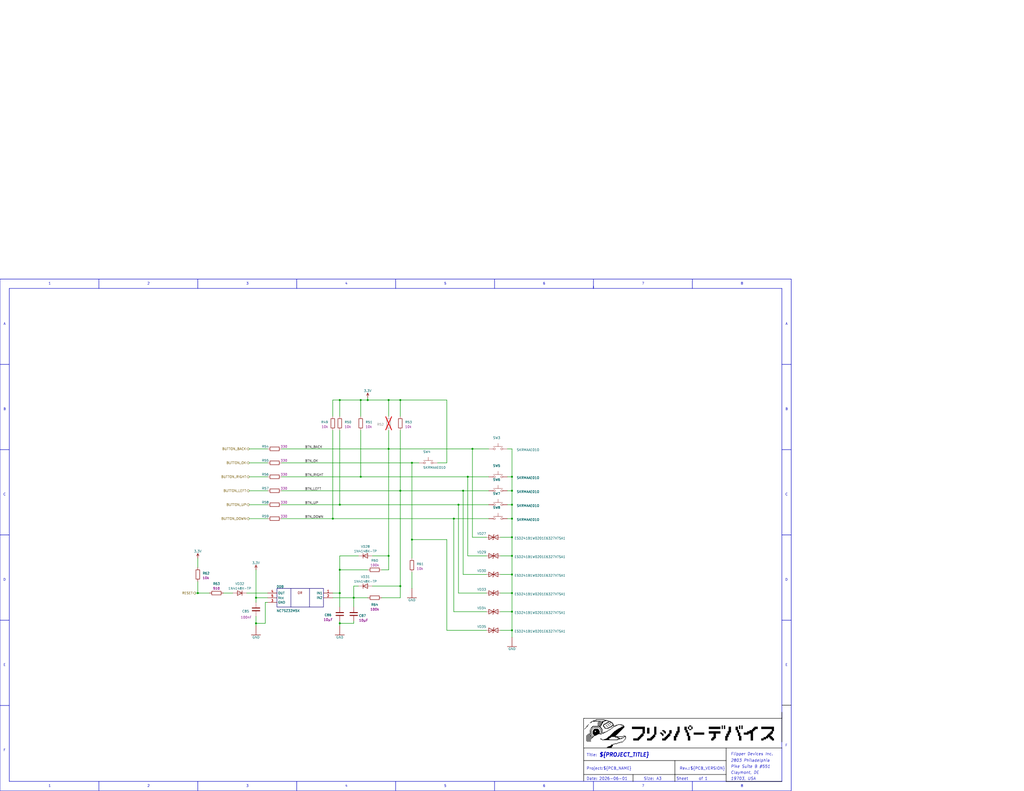
<source format=kicad_sch>
(kicad_sch (version 20221206) (generator eeschema)
  (paper "C")
  (title_block (rev "-"))
  (lib_symbols
    (symbol "Device:C" (pin_numbers hide) (pin_names (offset 0.254))
      (property "Reference" "C" (at 0.635 2.54 0))
      (property "Value" "C" (at 0.635 -2.54 0))
      (symbol "C_0_1"
        (polyline (pts (xy -2.032 -0.762) (xy 2.032 -0.762)) (stroke (width 0.508)))
        (polyline (pts (xy -2.032 0.762) (xy 2.032 0.762)) (stroke (width 0.508)))
      )
      (symbol "C_1_1"
        (pin passive line (at 0 3.81 270) (length 2.794) (name "~") (number "1"))
        (pin passive line (at 0 -3.81 90) (length 2.794) (name "~") (number "2"))
      )
    )
    (symbol "Device:D" (pin_numbers hide) (pin_names (offset 1.016) hide)
      (property "Reference" "D" (at 0 2.54 0))
      (property "Value" "D" (at 0 -2.54 0))
      (symbol "D_0_1"
        (polyline (pts (xy -1.27 1.27) (xy -1.27 -1.27)) (stroke (width 0.254)))
        (polyline (pts (xy 1.27 0) (xy -1.27 0)))
        (polyline (pts (xy 1.27 1.27) (xy 1.27 -1.27) (xy -1.27 0) (xy 1.27 1.27)) (stroke (width 0.254)))
      )
      (symbol "D_1_1"
        (pin passive line (at -3.81 0 0) (length 2.54) (name "K") (number "1"))
        (pin passive line (at 3.81 0 180) (length 2.54) (name "A") (number "2"))
      )
    )
    (symbol "Device:D_TVS" (pin_numbers hide) (pin_names (offset 1.016) hide)
      (property "Reference" "D" (at 0 2.54 0))
      (property "Value" "D_TVS" (at 0 -2.54 0))
      (symbol "D_TVS_0_1"
        (polyline (pts (xy 1.27 0) (xy -1.27 0)))
        (polyline (pts (xy 0.508 1.27) (xy 0 1.27) (xy 0 -1.27) (xy -0.508 -1.27)) (stroke (width 0.254)))
        (polyline (pts (xy -2.54 1.27) (xy -2.54 -1.27) (xy 2.54 1.27) (xy 2.54 -1.27) (xy -2.54 1.27)) (stroke (width 0.254)))
      )
      (symbol "D_TVS_1_1"
        (pin passive line (at -3.81 0 0) (length 2.54) (name "A1") (number "1"))
        (pin passive line (at 3.81 0 180) (length 2.54) (name "A2") (number "2"))
      )
    )
    (symbol "Device:R" (pin_numbers hide) (pin_names (offset 0))
      (property "Reference" "R" (at 2.032 0 90))
      (property "Value" "R" (at 0 0 90))
      (symbol "R_0_1"
        (rectangle (start -1.016 -2.54) (end 1.016 2.54) (stroke (width 0.254)))
      )
      (symbol "R_1_1"
        (pin passive line (at 0 3.81 270) (length 1.27) (name "~") (number "1"))
        (pin passive line (at 0 -3.81 90) (length 1.27) (name "~") (number "2"))
      )
    )
    (symbol "Switch:SW_Push" (pin_numbers hide) (pin_names (offset 1.016) hide)
      (property "Reference" "SW" (at 1.27 2.54 0))
      (property "Value" "SW_Push" (at 0 -1.524 0))
      (symbol "SW_Push_0_1"
        (circle (center -2.032 0) (radius 0.508))
        (polyline (pts (xy 0 1.27) (xy 0 3.048)))
        (polyline (pts (xy 2.54 1.27) (xy -2.54 1.27)))
        (circle (center 2.032 0) (radius 0.508))
        (pin passive line (at -5.08 0 0) (length 2.54) (name "1") (number "1"))
        (pin passive line (at 5.08 0 180) (length 2.54) (name "2") (number "2"))
      )
    )
    (symbol "flipper_main-altium-import:3.3V" (power)
      (property "Reference" "#PWR" (at 0 0 0))
      (property "Value" "3.3V" (at 0 3.81 0))
      (symbol "3.3V_0_0"
        (polyline (pts (xy 0 0) (xy 0 -2.54)) (stroke (width 0.254)))
        (polyline (pts (xy -0.635 -1.27) (xy 0 -2.54) (xy 0.635 -1.27)) (stroke (width 0.254)))
        (pin power_in line (at 0 0 0) (length 0) hide (name "3.3V") (number ""))
      )
    )
    (symbol "flipper_main-altium-import:Flipper_zero_BUTTONS_0_mirrored_NC7SZ32M5X"
      (symbol "Flipper_zero_BUTTONS_0_mirrored_NC7SZ32M5X_1_0"
        (polyline (pts (xy -5.08 5.08) (xy -5.08 -5.08)) (stroke (width 0.254) (color 17 3 127 1)))
        (polyline (pts (xy 5.08 5.08) (xy 5.08 -5.08)) (stroke (width 0.254) (color 17 3 127 1)))
        (polyline (pts (xy 12.7 -5.08) (xy 12.7 5.08) (xy -12.7 5.08) (xy -12.7 -5.08) (xy 12.7 -5.08)) (stroke (width 0.254) (color 17 3 127 1)))
        (text "OR" (at 1.27 1.905 0) (effects (font (size 1.27 1.27)) (justify right bottom)))
        (pin passive line (at 17.78 2.54 180) (length 5.08) (name "IN1") (number "1"))
        (pin passive line (at 17.78 0 180) (length 5.08) (name "IN2") (number "2"))
        (pin passive line (at -17.78 -2.54 0) (length 5.08) (name "GND") (number "3"))
        (pin passive line (at -17.78 2.54 0) (length 5.08) (name "OUT") (number "4"))
        (pin passive line (at -17.78 0 0) (length 5.08) (name "Vcc") (number "5"))
      )
    )
    (symbol "flipper_main-altium-import:GND" (power)
      (property "Reference" "#PWR" (at 0 0 0))
      (property "Value" "GND" (at 0 6.35 0))
      (symbol "GND_0_0"
        (polyline (pts (xy -2.54 -5.08) (xy 2.54 -5.08)) (stroke (width 0.254)))
        (polyline (pts (xy 0 0) (xy 0 -5.08)) (stroke (width 0.254)))
        (pin power_in line (at 0 0 0) (length 0) hide (name "GND") (number ""))
      )
    )
  )
  (junction (at 212.09 303.53))
  (junction (at 196.85 218.44))
  (junction (at 279.4 313.69))
  (junction (at 185.42 340.36))
  (junction (at 185.42 323.85))
  (junction (at 200.66 218.44))
  (junction (at 193.04 326.39))
  (junction (at 247.65 283.21))
  (junction (at 181.61 283.21))
  (junction (at 212.09 218.44))
  (junction (at 257.81 245.11))
  (junction (at 279.4 293.37))
  (junction (at 139.7 326.39))
  (junction (at 279.4 267.97))
  (junction (at 279.4 275.59))
  (junction (at 279.4 260.35))
  (junction (at 196.85 260.35))
  (junction (at 250.19 275.59))
  (junction (at 279.4 344.17))
  (junction (at 279.4 283.21))
  (junction (at 212.09 245.11))
  (junction (at 107.95 323.85))
  (junction (at 279.4 323.85))
  (junction (at 279.4 334.01))
  (junction (at 224.79 294.64))
  (junction (at 185.42 218.44))
  (junction (at 139.7 340.36))
  (junction (at 255.27 260.35))
  (junction (at 218.44 267.97))
  (junction (at 218.44 320.04))
  (junction (at 224.79 252.73))
  (junction (at 279.4 303.53))
  (junction (at 185.42 311.15))
  (junction (at 185.42 275.59))
  (junction (at 252.73 267.97))
  (junction (at 218.44 218.44))
  (wire (pts (xy 196.85 218.44) (xy 200.66 218.44)) (stroke (width 0.254)))
  (polyline (pts (xy 396.24 422.91) (xy 318.516 422.91)) (stroke (width 0.254) (type solid) (color 0 0 0 1)))
  (wire (pts (xy 252.73 267.97) (xy 266.7 267.97)) (stroke (width 0.254)))
  (wire (pts (xy 185.42 275.59) (xy 250.19 275.59)) (stroke (width 0.254)))
  (wire (pts (xy 212.09 234.95) (xy 212.09 245.11)) (stroke (width 0.254)))
  (wire (pts (xy 185.42 341.63) (xy 185.42 340.36)) (stroke (width 0.254)))
  (wire (pts (xy 247.65 334.01) (xy 265.43 334.01)) (stroke (width 0.254)))
  (wire (pts (xy 135.89 283.21) (xy 146.05 283.21)) (stroke (width 0.254)))
  (polyline (pts (xy 368.3 426.72) (xy 368.3 422.91)) (stroke (width 0.254) (type solid) (color 0 0 0 1)))
  (wire (pts (xy 139.7 326.39) (xy 146.05 326.39)) (stroke (width 0.254)))
  (wire (pts (xy 185.42 218.44) (xy 185.42 227.33)) (stroke (width 0.254)))
  (wire (pts (xy 224.79 294.64) (xy 224.79 252.73)) (stroke (width 0.254)))
  (polyline (pts (xy 396.24 415.29) (xy 318.516 415.29)) (stroke (width 0.254) (type solid) (color 0 0 0 1)))
  (wire (pts (xy 185.42 340.36) (xy 193.04 340.36)) (stroke (width 0.254)))
  (wire (pts (xy 247.65 283.21) (xy 266.7 283.21)) (stroke (width 0.254)))
  (wire (pts (xy 185.42 303.53) (xy 185.42 311.15)) (stroke (width 0.254)))
  (wire (pts (xy 212.09 218.44) (xy 218.44 218.44)) (stroke (width 0.254)))
  (wire (pts (xy 153.67 283.21) (xy 181.61 283.21)) (stroke (width 0.254)))
  (wire (pts (xy 218.44 320.04) (xy 218.44 326.39)) (stroke (width 0.254)))
  (wire (pts (xy 135.89 252.73) (xy 146.05 252.73)) (stroke (width 0.254)))
  (wire (pts (xy 185.42 311.15) (xy 200.66 311.15)) (stroke (width 0.254)))
  (polyline (pts (xy 377.825 157.48) (xy 377.825 152.4)) (stroke (width 0.254) (type solid)))
  (wire (pts (xy 135.89 245.11) (xy 146.05 245.11)) (stroke (width 0.254)))
  (wire (pts (xy 185.42 311.15) (xy 185.42 309.88)))
  (wire (pts (xy 257.81 293.37) (xy 257.81 245.11)) (stroke (width 0.254)))
  (wire (pts (xy 279.4 344.17) (xy 279.4 347.98)) (stroke (width 0.254)))
  (wire (pts (xy 257.81 245.11) (xy 212.09 245.11)) (stroke (width 0.254)))
  (polyline (pts (xy 318.516 408.432) (xy 426.72 408.432)) (stroke (width 0.254) (type solid) (color 0 0 0 1)))
  (wire (pts (xy 243.84 344.17) (xy 265.43 344.17)) (stroke (width 0.254)))
  (wire (pts (xy 224.79 252.73) (xy 228.6 252.73)) (stroke (width 0.254)))
  (wire (pts (xy 139.7 336.55) (xy 139.7 340.36)) (stroke (width 0.254)))
  (polyline (pts (xy 396.24 426.72) (xy 426.72 426.72)) (stroke (width 0.254) (type solid) (color 0 0 0 1)))
  (wire (pts (xy 255.27 260.35) (xy 266.7 260.35)) (stroke (width 0.254)))
  (wire (pts (xy 135.89 260.35) (xy 146.05 260.35)) (stroke (width 0.254)))
  (wire (pts (xy 185.42 218.44) (xy 196.85 218.44)) (stroke (width 0.254)))
  (polyline (pts (xy 426.72 385.064) (xy 431.8 385.064)) (stroke (width 0.254) (type solid) (color 0 0 0 1)))
  (polyline (pts (xy 426.72 198.967) (xy 431.8 198.967)) (stroke (width 0.254) (type solid)))
  (wire (pts (xy 153.67 260.35) (xy 196.85 260.35)) (stroke (width 0.254)))
  (wire (pts (xy 203.2 320.04) (xy 218.44 320.04)) (stroke (width 0.254)))
  (wire (pts (xy 279.4 283.21) (xy 279.4 293.37)) (stroke (width 0.254)))
  (polyline (pts (xy 215.9 426.72) (xy 215.9 431.8)) (stroke (width 0.254) (type solid)))
  (polyline (pts (xy 426.72 245.533) (xy 431.8 245.533)) (stroke (width 0.254) (type solid)))
  (wire (pts (xy 279.4 260.35) (xy 279.4 267.97)) (stroke (width 0.254)))
  (wire (pts (xy 250.19 275.59) (xy 266.7 275.59)) (stroke (width 0.254)))
  (wire (pts (xy 276.86 275.59) (xy 279.4 275.59)) (stroke (width 0.254)))
  (wire (pts (xy 107.95 317.5) (xy 107.95 323.85)) (stroke (width 0.254)))
  (wire (pts (xy 144.78 340.36) (xy 144.78 328.93)) (stroke (width 0.254)))
  (wire (pts (xy 139.7 311.15) (xy 139.7 326.39)) (stroke (width 0.254)))
  (wire (pts (xy 273.05 344.17) (xy 279.4 344.17)) (stroke (width 0.254)))
  (wire (pts (xy 224.79 312.42) (xy 224.79 321.31)) (stroke (width 0.254)))
  (wire (pts (xy 185.42 323.85) (xy 181.61 323.85)) (stroke (width 0.254)))
  (wire (pts (xy 134.62 323.85) (xy 146.05 323.85)) (stroke (width 0.254)))
  (wire (pts (xy 252.73 313.69) (xy 265.43 313.69)) (stroke (width 0.254)))
  (wire (pts (xy 279.4 293.37) (xy 279.4 303.53)) (stroke (width 0.254)))
  (wire (pts (xy 185.42 339.09) (xy 185.42 340.36)) (stroke (width 0.254)))
  (polyline (pts (xy 5.08 292.1) (xy 0 292.1)) (stroke (width 0.254) (type solid)))
  (polyline (pts (xy 5.08 426.677) (xy 5.08 157.481)) (stroke (width 0.254) (type solid)))
  (wire (pts (xy 193.04 320.04) (xy 195.58 320.04)) (stroke (width 0.254)))
  (wire (pts (xy 185.42 303.53) (xy 195.58 303.53)) (stroke (width 0.254)))
  (wire (pts (xy 218.44 234.95) (xy 218.44 267.97)) (stroke (width 0.254)))
  (wire (pts (xy 200.66 217.17) (xy 200.66 218.44)) (stroke (width 0.254)))
  (polyline (pts (xy 426.72 338.667) (xy 431.8 338.667)) (stroke (width 0.254) (type solid)))
  (polyline (pts (xy 431.758 431.758) (xy 0 431.758)) (stroke (width 0.254) (type solid)))
  (wire (pts (xy 279.4 245.11) (xy 279.4 260.35)) (stroke (width 0.254)))
  (polyline (pts (xy 5.08 157.481) (xy 426.678 157.481)) (stroke (width 0.254) (type solid)))
  (polyline (pts (xy 0 431.758) (xy 0 152.4)) (stroke (width 0.254) (type solid)))
  (wire (pts (xy 185.42 311.15) (xy 185.42 323.85)) (stroke (width 0.254)))
  (wire (pts (xy 255.27 303.53) (xy 255.27 260.35)) (stroke (width 0.254)))
  (wire (pts (xy 257.81 293.37) (xy 265.43 293.37)) (stroke (width 0.254)))
  (wire (pts (xy 193.04 326.39) (xy 193.04 320.04)) (stroke (width 0.254)))
  (wire (pts (xy 276.86 260.35) (xy 279.4 260.35)) (stroke (width 0.254)))
  (wire (pts (xy 279.4 275.59) (xy 279.4 283.21)) (stroke (width 0.254)))
  (wire (pts (xy 203.2 303.53) (xy 212.09 303.53)) (stroke (width 0.254)))
  (wire (pts (xy 212.09 311.15) (xy 212.09 303.53)) (stroke (width 0.254)))
  (polyline (pts (xy 107.95 157.48) (xy 107.95 152.4)) (stroke (width 0.254) (type solid)))
  (wire (pts (xy 279.4 334.01) (xy 279.4 344.17)) (stroke (width 0.254)))
  (wire (pts (xy 208.28 311.15) (xy 212.09 311.15)) (stroke (width 0.254)))
  (wire (pts (xy 196.85 234.95) (xy 196.85 260.35)) (stroke (width 0.254)))
  (polyline (pts (xy 269.875 426.72) (xy 269.875 431.8)) (stroke (width 0.254) (type solid)))
  (wire (pts (xy 252.73 313.69) (xy 252.73 267.97)) (stroke (width 0.254)))
  (polyline (pts (xy 426.678 426.677) (xy 5.08 426.677)) (stroke (width 0.254) (type solid)))
  (wire (pts (xy 135.89 267.97) (xy 146.05 267.97)) (stroke (width 0.254)))
  (wire (pts (xy 212.09 218.44) (xy 212.09 227.33)) (stroke (width 0.254)))
  (wire (pts (xy 144.78 328.93) (xy 146.05 328.93)) (stroke (width 0.254)))
  (polyline (pts (xy 323.85 157.48) (xy 323.85 152.4)) (stroke (width 0.254) (type solid)))
  (polyline (pts (xy 426.72 292.1) (xy 431.8 292.1)) (stroke (width 0.254) (type solid)))
  (wire (pts (xy 193.04 339.09) (xy 193.04 340.36)) (stroke (width 0.254)))
  (wire (pts (xy 106.68 323.85) (xy 107.95 323.85)) (stroke (width 0.254)))
  (wire (pts (xy 139.7 326.39) (xy 139.7 328.93)) (stroke (width 0.254)))
  (wire (pts (xy 139.7 341.63) (xy 139.7 340.36)) (stroke (width 0.254)))
  (wire (pts (xy 255.27 303.53) (xy 265.43 303.53)) (stroke (width 0.254)))
  (wire (pts (xy 273.05 313.69) (xy 279.4 313.69)) (stroke (width 0.254)))
  (polyline (pts (xy 345.44 426.72) (xy 345.44 422.91)) (stroke (width 0.254) (type solid) (color 0 0 0 1)))
  (polyline (pts (xy 161.925 426.72) (xy 161.925 431.8)) (stroke (width 0.254) (type solid)))
  (wire (pts (xy 218.44 218.44) (xy 243.84 218.44)) (stroke (width 0.254)))
  (wire (pts (xy 276.86 245.11) (xy 279.4 245.11)) (stroke (width 0.254)))
  (wire (pts (xy 243.84 218.44) (xy 243.84 252.73)) (stroke (width 0.254)))
  (wire (pts (xy 208.28 326.39) (xy 218.44 326.39)) (stroke (width 0.254)))
  (wire (pts (xy 276.86 267.97) (xy 279.4 267.97)) (stroke (width 0.254)))
  (wire (pts (xy 185.42 234.95) (xy 185.42 275.59)) (stroke (width 0.254)))
  (wire (pts (xy 193.04 326.39) (xy 181.61 326.39)) (stroke (width 0.254)))
  (wire (pts (xy 273.05 303.53) (xy 279.4 303.53)) (stroke (width 0.254)))
  (polyline (pts (xy 53.975 157.48) (xy 53.975 152.4)) (stroke (width 0.254) (type solid)))
  (wire (pts (xy 107.95 304.8) (xy 107.95 309.88)) (stroke (width 0.254)))
  (polyline (pts (xy 53.975 426.72) (xy 53.975 431.8)) (stroke (width 0.254) (type solid)))
  (wire (pts (xy 279.4 323.85) (xy 279.4 334.01)) (stroke (width 0.254)))
  (wire (pts (xy 250.19 323.85) (xy 250.19 275.59)) (stroke (width 0.254)))
  (wire (pts (xy 273.05 293.37) (xy 279.4 293.37)) (stroke (width 0.254)))
  (wire (pts (xy 196.85 218.44) (xy 196.85 227.33)) (stroke (width 0.254)))
  (wire (pts (xy 153.67 252.73) (xy 224.79 252.73)) (stroke (width 0.254)))
  (wire (pts (xy 135.89 275.59) (xy 146.05 275.59)) (stroke (width 0.254)))
  (polyline (pts (xy 426.678 388.874) (xy 426.678 405.13)) (stroke (width 0.254) (type solid) (color 0 0 0 1)))
  (wire (pts (xy 107.95 323.85) (xy 114.3 323.85)) (stroke (width 0.254)))
  (wire (pts (xy 193.04 326.39) (xy 193.04 331.47)) (stroke (width 0.254)))
  (polyline (pts (xy 431.758 152.4) (xy 431.758 431.758)) (stroke (width 0.254) (type solid)))
  (wire (pts (xy 238.76 252.73) (xy 243.84 252.73)) (stroke (width 0.254)))
  (wire (pts (xy 121.92 323.85) (xy 127 323.85)) (stroke (width 0.254)))
  (wire (pts (xy 218.44 267.97) (xy 218.44 320.04)) (stroke (width 0.254)))
  (polyline (pts (xy 377.825 426.72) (xy 377.825 431.8)) (stroke (width 0.254) (type solid)))
  (polyline (pts (xy 269.875 157.48) (xy 269.875 152.4)) (stroke (width 0.254) (type solid)))
  (wire (pts (xy 279.4 313.69) (xy 279.4 323.85)) (stroke (width 0.254)))
  (wire (pts (xy 218.44 320.04) (xy 218.44 318.77)))
  (wire (pts (xy 196.85 260.35) (xy 255.27 260.35)) (stroke (width 0.254)))
  (wire (pts (xy 250.19 323.85) (xy 265.43 323.85)) (stroke (width 0.254)))
  (wire (pts (xy 212.09 303.53) (xy 212.09 245.11)) (stroke (width 0.254)))
  (polyline (pts (xy 323.85 157.48) (xy 323.85 156.21)) (stroke (width 0.254) (type solid)))
  (wire (pts (xy 185.42 323.85) (xy 185.42 311.15)))
  (wire (pts (xy 153.67 267.97) (xy 218.44 267.97)) (stroke (width 0.254)))
  (polyline (pts (xy 5.08 385.233) (xy 0 385.233)) (stroke (width 0.254) (type solid)))
  (polyline (pts (xy 5.08 338.667) (xy 0 338.667)) (stroke (width 0.254) (type solid)))
  (wire (pts (xy 193.04 326.39) (xy 200.66 326.39)) (stroke (width 0.254)))
  (wire (pts (xy 257.81 245.11) (xy 266.7 245.11)) (stroke (width 0.254)))
  (wire (pts (xy 276.86 283.21) (xy 279.4 283.21)) (stroke (width 0.254)))
  (wire (pts (xy 224.79 294.64) (xy 224.79 304.8)) (stroke (width 0.254)))
  (wire (pts (xy 243.84 294.64) (xy 224.79 294.64)) (stroke (width 0.254)))
  (polyline (pts (xy 107.95 426.72) (xy 107.95 431.8)) (stroke (width 0.254) (type solid)))
  (wire (pts (xy 185.42 323.85) (xy 185.42 331.47)) (stroke (width 0.254)))
  (polyline (pts (xy 426.678 157.481) (xy 426.678 426.677)) (stroke (width 0.254) (type solid)))
  (polyline (pts (xy 368.3 422.91) (xy 368.3 415.29)) (stroke (width 0.254) (type solid) (color 0 0 0 1)))
  (polyline (pts (xy 5.08 198.967) (xy 0 198.967)) (stroke (width 0.254) (type solid)))
  (wire (pts (xy 218.44 218.44) (xy 218.44 227.33)) (stroke (width 0.254)))
  (polyline (pts (xy 0 152.4) (xy 431.758 152.4)) (stroke (width 0.254) (type solid)))
  (wire (pts (xy 218.44 267.97) (xy 252.73 267.97)) (stroke (width 0.254)))
  (wire (pts (xy 273.05 323.85) (xy 279.4 323.85)) (stroke (width 0.254)))
  (polyline (pts (xy 215.9 157.48) (xy 215.9 152.4)) (stroke (width 0.254) (type solid)))
  (wire (pts (xy 153.67 245.11) (xy 212.09 245.11)) (stroke (width 0.254)))
  (wire (pts (xy 181.61 283.21) (xy 247.65 283.21)) (stroke (width 0.254)))
  (polyline (pts (xy 396.24 426.72) (xy 396.24 408.432)) (stroke (width 0.254) (type solid) (color 0 0 0 1)))
  (wire (pts (xy 181.61 218.44) (xy 181.61 227.33)) (stroke (width 0.254)))
  (wire (pts (xy 153.67 275.59) (xy 185.42 275.59)) (stroke (width 0.254)))
  (wire (pts (xy 200.66 218.44) (xy 212.09 218.44)) (stroke (width 0.254)))
  (wire (pts (xy 279.4 303.53) (xy 279.4 313.69)) (stroke (width 0.254)))
  (polyline (pts (xy 5.08 245.533) (xy 0 245.533)) (stroke (width 0.254) (type solid)))
  (wire (pts (xy 279.4 267.97) (xy 279.4 275.59)) (stroke (width 0.254)))
  (polyline (pts (xy 323.85 426.72) (xy 323.85 431.8)) (stroke (width 0.254) (type solid)))
  (wire (pts (xy 243.84 344.17) (xy 243.84 294.64)) (stroke (width 0.254)))
  (polyline (pts (xy 161.925 157.48) (xy 161.925 152.4)) (stroke (width 0.254) (type solid)))
  (wire (pts (xy 139.7 340.36) (xy 144.78 340.36)) (stroke (width 0.254)))
  (wire (pts (xy 181.61 234.95) (xy 181.61 283.21)) (stroke (width 0.254)))
  (wire (pts (xy 247.65 334.01) (xy 247.65 283.21)) (stroke (width 0.254)))
  (wire (pts (xy 181.61 218.44) (xy 185.42 218.44)) (stroke (width 0.254)))
  (wire (pts (xy 273.05 334.01) (xy 279.4 334.01)) (stroke (width 0.254)))
  (polyline (pts (xy 426.72 392.176) (xy 318.516 392.176) (xy 318.516 426.466)) (stroke (width 0.254) (type solid) (color 0 0 0 1)))
  (image (at 372.436 400.431) (scale 1.24342))
  (text "2803 Philadelphia" (at 398.78 416.306 0) (effects (font (size 1.524 1.524) italic) (justify left bottom)))
  (text "B" (at 428.518 224.282 0) (effects (font (size 1.27 1.27)) (justify left bottom)))
  (text "1" (at 26.373 430.02 0) (effects (font (size 1.27 1.27)) (justify left bottom)))
  (text "4" (at 188.298 155.7 0) (effects (font (size 1.27 1.27)) (justify left bottom)))
  (text "5" (at 242.273 155.7 0) (effects (font (size 1.27 1.27)) (justify left bottom)))
  (text "C" (at 1.734 270.849 0) (effects (font (size 1.27 1.27)) (justify left bottom)))
  (text "5" (at 242.273 430.02 0) (effects (font (size 1.27 1.27)) (justify left bottom)))
  (text "Claymont, DE" (at 398.78 422.91 0) (effects (font (size 1.524 1.524) italic) (justify left bottom)))
  (text "Sheet" (at 369.062 426.212 0) (effects (font (size 1.524 1.524)) (justify left bottom)))
  (text "6" (at 296.248 155.7 0) (effects (font (size 1.27 1.27)) (justify left bottom)))
  (text "Date:" (at 320.04 426.212 0) (effects (font (size 1.524 1.524)) (justify left bottom)))
  (text "${PCB_NAME}" (at 329.184 420.624 0) (effects (font (size 1.524 1.524)) (justify left bottom)))
  (text "8" (at 404.198 155.7 0) (effects (font (size 1.27 1.27)) (justify left bottom)))
  (text "Pike Suite B #551" (at 398.78 419.608 0) (effects (font (size 1.524 1.524) italic) (justify left bottom)))
  (text "7" (at 350.223 155.7 0) (effects (font (size 1.27 1.27)) (justify left bottom)))
  (text "A3" (at 358.14 426.212 0) (effects (font (size 1.524 1.524)) (justify left bottom)))
  (text "D" (at 428.454 317.415 0) (effects (font (size 1.27 1.27)) (justify left bottom)))
  (text "${CURRENT_DATE}" (at 326.898 426.212 0) (effects (font (size 1.524 1.524)) (justify left bottom)))
  (text "7" (at 350.223 430.02 0) (effects (font (size 1.27 1.27)) (justify left bottom)))
  (text "${PCB_VERSION}" (at 376.682 420.624 0) (effects (font (size 1.524 1.524)) (justify left bottom)))
  (text "8" (at 404.198 430.02 0) (effects (font (size 1.27 1.27)) (justify left bottom)))
  (text "B" (at 1.798 224.282 0) (effects (font (size 1.27 1.27)) (justify left bottom)))
  (text "Flipper Devices Inc." (at 398.78 412.75 0) (effects (font (size 1.524 1.524) italic) (justify left bottom)))
  (text "4" (at 188.298 430.02 0) (effects (font (size 1.27 1.27)) (justify left bottom)))
  (text "${#}" (at 375.92 426.212 0) (effects (font (size 1.524 1.524)) (justify left bottom)))
  (text "C" (at 428.454 270.849 0) (effects (font (size 1.27 1.27)) (justify left bottom)))
  (text "${##}" (at 384.556 426.212 0) (effects (font (size 1.524 1.524)) (justify left bottom)))
  (text "A" (at 1.862 177.715 0) (effects (font (size 1.27 1.27)) (justify left bottom)))
  (text "${PROJECT_TITLE}" (at 326.898 413.512 0) (effects (font (size 2.032 2.032) bold italic) (justify left bottom)))
  (text "3" (at 134.323 430.02 0) (effects (font (size 1.27 1.27)) (justify left bottom)))
  (text "6" (at 296.248 430.02 0) (effects (font (size 1.27 1.27)) (justify left bottom)))
  (text "Title:" (at 320.04 413.258 0) (effects (font (size 1.524 1.524)) (justify left bottom)))
  (text "3" (at 134.323 155.7 0) (effects (font (size 1.27 1.27)) (justify left bottom)))
  (text "D" (at 1.734 317.415 0) (effects (font (size 1.27 1.27)) (justify left bottom)))
  (text "Size:" (at 351.282 426.212 0) (effects (font (size 1.524 1.524)) (justify left bottom)))
  (text "Rev.:" (at 370.84 420.624 0) (effects (font (size 1.524 1.524)) (justify left bottom)))
  (text "Project:" (at 320.04 420.624 0) (effects (font (size 1.524 1.524)) (justify left bottom)))
  (text "2" (at 80.348 155.7 0) (effects (font (size 1.27 1.27)) (justify left bottom)))
  (text "19703, USA" (at 398.78 426.212 0) (effects (font (size 1.524 1.524) italic) (justify left bottom)))
  (text "E" (at 428.518 363.982 0) (effects (font (size 1.27 1.27)) (justify left bottom)))
  (text "F" (at 428.498 407.924 0) (effects (font (size 1.27 1.27)) (justify left bottom)))
  (text "1" (at 26.373 155.7 0) (effects (font (size 1.27 1.27)) (justify left bottom)))
  (text "2" (at 80.348 430.02 0) (effects (font (size 1.27 1.27)) (justify left bottom)))
  (text "A" (at 428.582 177.715 0) (effects (font (size 1.27 1.27)) (justify left bottom)))
  (text "E" (at 1.798 363.982 0) (effects (font (size 1.27 1.27)) (justify left bottom)))
  (text "of" (at 381.254 426.212 0) (effects (font (size 1.524 1.524)) (justify left bottom)))
  (text "F" (at 1.798 410.549 0) (effects (font (size 1.27 1.27)) (justify left bottom)))
  (label "BTN_DOWN" (at 166.37 283.21 0))
  (label "BTN_OK" (at 166.37 252.73 0))
  (label "BTN_BACK" (at 166.37 245.11 0))
  (label "BTN_RIGHT" (at 166.37 260.35 0))
  (label "BTN_UP" (at 166.37 275.59 0))
  (label "BTN_LEFT" (at 166.37 267.97 0))
  (hierarchical_label "BUTTON_OK" (shape output) (at 135.89 252.73 180))
  (hierarchical_label "RESET" (shape output) (at 106.68 323.85 180))
  (hierarchical_label "BUTTON_UP" (shape output) (at 135.89 275.59 180))
  (hierarchical_label "BUTTON_LEFT" (shape output) (at 135.89 267.97 180))
  (hierarchical_label "BUTTON_DOWN" (shape output) (at 135.89 283.21 180))
  (hierarchical_label "BUTTON_RIGHT" (shape output) (at 135.89 260.35 180))
  (hierarchical_label "BUTTON_BACK" (shape output) (at 135.89 245.11 180))
  (symbol (lib_id "Device:R") (at 204.47 311.15 90) (unit 1)
    (property "Reference" "R60" (at 204.47 306.07 90))
    (property "Value" "100K" (effects hide))
    (property "Footprint" "Resistor_SMD:R_0402_1005Metric" (effects hide))
    (property "DESIGN ITEM ID" "RES_100K_0402" (effects hide))
    (property "INTERNAL_PN" "FDRES0010" (effects hide))
    (property "CASE/PACKAGE" "0402" (effects hide))
    (property "ALTIUM_VALUE" "100k" (at 204.47 308.61 90))
    (property "COMPONENT TYPE" "Standard" (effects hide))
    (property "TOLERANCE" "5%" (effects hide))
    (property "PINS" "2" (effects hide))
    (property "SOURCE" "Flipper_zero.SchLib" (effects hide))
    (property "COMPANY" "Flipper Devices" (effects hide))
    (property "CASE" "0402" (effects hide))
    (property "ALTERNATIVE_PN" "FH RC-02W104JT / Walsin WR04X104JTL / RALEC RTT02104JTH / YAGEO RC0402JR-07100KL" (effects hide))
  )
  (symbol (lib_id "flipper_main-altium-import:3.3V") (at 139.7 311.15 180) (unit 1)
    (property "Reference" "#PWR0242" (effects hide))
    (property "Value" "3.3V" (at 139.7 307.34 0))
  )
  (symbol (lib_id "flipper_main-altium-import:3.3V") (at 200.66 217.17 180) (unit 1)
    (property "Reference" "#PWR0244" (effects hide))
    (property "Value" "3.3V" (at 200.66 213.36 0))
  )
  (symbol (lib_id "Device:R") (at 185.42 231.14 0) (unit 1)
    (property "Reference" "R50" (at 187.96 230.505 0) (effects (justify left)))
    (property "Value" "10K" (effects hide))
    (property "Footprint" "Resistor_SMD:R_0402_1005Metric" (effects hide))
    (property "INTERNAL_PN" "FDRES0002" (effects hide))
    (property "ALTIUM_VALUE" "10k" (at 187.96 233.045 0) (effects (justify left)))
    (property "DESIGN ITEM ID" "RES_10K_0402" (effects hide))
    (property "TOLERANCE" "5%" (effects hide))
    (property "PINS" "2" (effects hide))
    (property "CASE/PACKAGE" "0402" (effects hide))
    (property "SOURCE" "Flipper_zero.SchLib" (effects hide))
    (property "COMPANY" "Flipper Devices" (effects hide))
    (property "COMPONENT TYPE" "Standard" (effects hide))
    (property "CASE" "0402" (effects hide))
    (property "ALTERNATIVE_PN" "YAGEO RC0402JR-0710KL / FH RC-02W103JT / Walsin WR04X103JTL / RALEC RALEC  RC-02W103JT" (effects hide))
  )
  (symbol (lib_id "Device:C") (at 139.7 332.74 0) (unit 1)
    (property "Reference" "C85" (at 132.08 334.518 0) (effects (justify left bottom)))
    (property "Value" "0.1uF" (effects hide))
    (property "Footprint" "Capacitor_SMD:C_0402_1005Metric" (effects hide))
    (property "CASE/PACKAGE" "0402" (effects hide))
    (property "DIELECTRIC" "X7R" (effects hide))
    (property "COMPANY" "Flipper Devices" (effects hide))
    (property "COMPONENT TYPE" "Standard" (effects hide))
    (property "VOLTAGE" "16V" (effects hide))
    (property "INTERNAL_PN" "FDCAP0001" (effects hide))
    (property "TOLERANCE" "10%" (effects hide))
    (property "ALTIUM_VALUE" "100nF" (at 131.318 337.82 0) (effects (justify left bottom)))
    (property "PINS" "2" (effects hide))
    (property "DESIGN ITEM ID" "CAP_0.1uF_0402" (effects hide))
    (property "SOURCE" "Flipper_zero.SchLib" (effects hide))
    (property "ALTERNATIVE_PN" "Walsin 0402B104K160CT / YAGEO CC0402KRX7R7BB104 / FH 0402B104K160NT / SAMSUNG CL05B104KO5NNNC" (effects hide))
    (property "CASE" "0402" (effects hide))
  )
  (symbol (lib_id "Device:D_TVS") (at 269.24 303.53 0) (unit 1)
    (property "Reference" "VD29" (at 260.35 302.26 0) (effects (justify left bottom)))
    (property "Value" "ESD241B1W0201E6327XTSA1" (at 280.67 304.8 0) (effects (justify left bottom)))
    (property "Footprint" "Diode_SMD:D_0201_0603Metric" (effects hide))
    (property "DESIGN ITEM ID" "Suppressor" (effects hide))
    (property "ROHS COMPLIANT" "Yes" (effects hide))
    (property "COMPANY" "Flipper Devices" (effects hide))
    (property "SOURCE" "Flipper_zero.SchLib" (effects hide))
    (property "PINS" "2" (effects hide))
    (property "INTERNAL_PN" "FDDIO0011" (effects hide))
    (property "MAX OPERATING TEMPERATURE" "125°C" (effects hide))
    (property "CASE/PACKAGE" "0201" (effects hide))
    (property "MANUFACTURER" "Diodes Incorporated" (effects hide))
    (property "MIN OPERATING TEMPERATURE" "-55°C" (effects hide))
    (property "COMPONENT TYPE" "Standard" (effects hide))
    (property "CLASSNAME" "ESD0201" (effects hide))
  )
  (symbol (lib_id "Device:R") (at 107.95 313.69 0) (unit 1)
    (property "Reference" "R62" (at 110.49 313.055 0) (effects (justify left)))
    (property "Value" "10K" (effects hide))
    (property "Footprint" "Resistor_SMD:R_0402_1005Metric" (effects hide))
    (property "INTERNAL_PN" "FDRES0002" (effects hide))
    (property "ALTIUM_VALUE" "10k" (at 110.49 315.595 0) (effects (justify left)))
    (property "DESIGN ITEM ID" "RES_10K_0402" (effects hide))
    (property "TOLERANCE" "5%" (effects hide))
    (property "PINS" "2" (effects hide))
    (property "CASE/PACKAGE" "0402" (effects hide))
    (property "SOURCE" "Flipper_zero.SchLib" (effects hide))
    (property "COMPANY" "Flipper Devices" (effects hide))
    (property "COMPONENT TYPE" "Standard" (effects hide))
    (property "CASE" "0402" (effects hide))
    (property "ALTERNATIVE_PN" "YAGEO RC0402JR-0710KL / FH RC-02W103JT / Walsin WR04X103JTL / RALEC RALEC  RC-02W103JT" (effects hide))
  )
  (symbol (lib_id "Switch:SW_Push") (at 271.78 260.35 0) (unit 1)
    (property "Reference" "SW5" (at 268.986 255.016 0) (effects (justify left bottom)))
    (property "Value" "SKRMAAE010" (at 281.94 261.62 0) (effects (justify left bottom)))
    (property "Footprint" "CustomFootprints:Alps_SKRM_4.5mm" (effects hide))
    (property "CASE/PACKAGE" "4.5x4.5 mm" (effects hide))
    (property "COMPONENT TYPE" "Standard" (effects hide))
    (property "DESIGN ITEM ID" "tact_switch" (effects hide))
    (property "PINS" "2" (effects hide))
    (property "MANUFACTURER" "Alps Alpine" (effects hide))
    (property "COMPANY" "Flipper Devices" (effects hide))
    (property "MANUFACTURER_PN" "SKRMAAE010" (effects hide))
    (property "SOURCE" "Flipper_zero.SchLib" (effects hide))
    (property "INTERNAL_PN" "FDSWI0001" (effects hide))
  )
  (symbol (lib_id "Device:R") (at 149.86 267.97 90) (unit 1)
    (property "Reference" "R57" (at 144.78 266.7 90))
    (property "Value" "330R" (effects hide))
    (property "Footprint" "Resistor_SMD:R_0402_1005Metric" (effects hide))
    (property "PINS" "2" (effects hide))
    (property "COMPONENT TYPE" "Standard" (effects hide))
    (property "TOLERANCE" "5%" (effects hide))
    (property "SOURCE" "Flipper_zero.SchLib" (effects hide))
    (property "CASE/PACKAGE" "0402" (effects hide))
    (property "ALTIUM_VALUE" "330" (at 154.94 266.7 90))
    (property "DESIGN ITEM ID" "RES_330R_0402" (effects hide))
    (property "CASE" "0402" (effects hide))
    (property "COMPANY" "Flipper Devices" (effects hide))
    (property "INTERNAL_PN" "FDRES0025" (effects hide))
    (property "ALTERNATIVE_PN" "WALSIN WR04X331JTL / YAGEO RC0402JR-07330RL / FH RC-02W331JT / RALEC RTT02331JTH" (effects hide))
  )
  (symbol (lib_id "flipper_main-altium-import:Flipper_zero_BUTTONS_0_mirrored_NC7SZ32M5X") (at 163.83 326.39 0) (unit 1)
    (property "Reference" "DD8" (at 150.876 321.056 0) (effects (justify left bottom)))
    (property "Value" "NC7SZ32M5X" (at 150.876 334.264 0) (effects (justify left bottom)))
    (property "Footprint" "Package_TO_SOT_SMD:SOT-23-5" (effects hide))
    (property "PIN COUNT" "5" (effects hide))
    (property "COMPANY" "Flipper Devices" (effects hide))
    (property "PACKAGE BODY MATERIAL" "Plastic" (effects hide))
    (property "TERMINAL FORM" "Gull Wing" (effects hide))
    (property "INTERNAL_PN" "FDICS0008" (effects hide))
    (property "WIDTH" "1.6mm" (effects hide))
    (property "MAX I(OL)" "24mA" (effects hide))
    (property "LOAD CAPACITANCE (CL)" "15pF" (effects hide))
    (property "REACH SVHC" "Yes" (effects hide))
    (property "MIN OPERATING TEMPERATURE" "-40°C" (effects hide))
    (property "PROPAGATION DELAY (TPD)" "12.7ns" (effects hide))
    (property "LENGTH" "2.9mm" (effects hide))
    (property "TEMPERATURE GRADE" "INDUSTRIAL" (effects hide))
    (property "SOURCE" "Flipper_zero.SchLib" (effects hide))
    (property "TERMINAL POSITION" "DUAL" (effects hide))
    (property "SUPPLY VOLTAGE-MAX (VSUP)" "5.5V" (effects hide))
    (property "PACKAGE STYLE" "SMALL OUTLINE, LOW PROFILE, SHRINK PITCHMeter" (effects hide))
    (property "ROHS COMPLIANT" "Yes" (effects hide))
    (property "TERMINAL PITCH" "0.95mm" (effects hide))
    (property "PACKAGING" "Tape and Reel" (effects hide))
    (property "NUMBER OF FUNCTIONS" "1" (effects hide))
    (property "MANUFACTURER_PN" "NC7SZ00M5X" (effects hide))
    (property "PACKAGE SHAPE" "Rectangular" (effects hide))
    (property "POWER SUPPLIES" "3.3V" (effects hide))
    (property "CASE/PACKAGE" "SOT-23-5" (effects hide))
    (property "HEIGHT - SEATED (MAX)" "1.45mm" (effects hide))
    (property "QUALIFICATION STATUS" "Not Qualified" (effects hide))
    (property "MAX OPERATING TEMPERATURE" "85°C" (effects hide))
    (property "SCHMITT TRIGGER" "No" (effects hide))
    (property "PACKAGE EQUIVALENCE CODE" "TSOP5/6,.11,37" (effects hide))
    (property "MOISTURE SENSITIVITY LEVEL" "1" (effects hide))
    (property "NUMBER OF PINS" "5" (effects hide))
    (property "JESD-30 CODE" "R-PDSO-G5" (effects hide))
    (property "SUPPLY VOLTAGE-MIN (VSUP)" "1.65V" (effects hide))
    (property "PACKAGE CODE" "LSSOP" (effects hide))
    (property "MANUFACTURER" "ON Semiconductor / Fairchild" (effects hide))
    (property "NUMBER OF INPUTS" "2" (effects hide))
    (property "DESIGN ITEM ID" "NC7SZ00M5X" (effects hide))
    (property "COMPONENT TYPE" "Standard" (effects hide))
    (property "TECHNOLOGY" "CMOS" (effects hide))
    (property "PROP. DELAY@NOM-SUP" "5.5ns" (effects hide))
    (property "LOGIC IC TYPE" "OR GATE" (effects hide))
    (property "SURFACE MOUNT" "Yes" (effects hide))
    (property "CASE" "SOT-23-5" (effects hide))
    (property "SUPPLY VOLTAGE-NOM (VSUP)" "1.8V" (effects hide))
    (property "ALTERNATIVE_PN" "RS1G32XF5" (effects hide))
  )
  (symbol (lib_id "flipper_main-altium-import:GND") (at 279.4 347.98 0) (unit 1)
    (property "Reference" "#PWR0241" (effects hide))
    (property "Value" "GND" (at 279.4 354.33 0))
  )
  (symbol (lib_id "Device:D_TVS") (at 269.24 334.01 0) (unit 1)
    (property "Reference" "VD34" (at 260.35 332.74 0) (effects (justify left bottom)))
    (property "Value" "ESD241B1W0201E6327XTSA1" (at 280.67 335.28 0) (effects (justify left bottom)))
    (property "Footprint" "Diode_SMD:D_0201_0603Metric" (effects hide))
    (property "DESIGN ITEM ID" "Suppressor" (effects hide))
    (property "ROHS COMPLIANT" "Yes" (effects hide))
    (property "COMPANY" "Flipper Devices" (effects hide))
    (property "SOURCE" "Flipper_zero.SchLib" (effects hide))
    (property "PINS" "2" (effects hide))
    (property "INTERNAL_PN" "FDDIO0011" (effects hide))
    (property "MAX OPERATING TEMPERATURE" "125°C" (effects hide))
    (property "CASE/PACKAGE" "0201" (effects hide))
    (property "MANUFACTURER" "Diodes Incorporated" (effects hide))
    (property "MIN OPERATING TEMPERATURE" "-55°C" (effects hide))
    (property "COMPONENT TYPE" "Standard" (effects hide))
    (property "CLASSNAME" "ESD0201" (effects hide))
  )
  (symbol (lib_id "Device:D") (at 130.81 323.85 180) (unit 1)
    (property "Reference" "VD32" (at 130.81 318.77 0))
    (property "Value" "1N4148X-TP" (at 130.81 321.31 0))
    (property "Footprint" "Diode_SMD:D_SOD-523" (effects hide))
    (property "MANUFACTURER_PN" "1N4148X-TP" (effects hide))
    (property "COMPONENT TYPE" "Standard" (effects hide))
    (property "CASE/PACKAGE" "SOD-523" (effects hide))
    (property "MANUFACTURER" "Micro Commercial Components (MCC)" (effects hide))
    (property "SOURCE" "Flipper_zero.SchLib" (effects hide))
    (property "INTERNAL_PN" "FDDIO0003" (effects hide))
    (property "DESIGN ITEM ID" "1N4148X-TP" (effects hide))
    (property "COMPANY" "Flipper Devices" (effects hide))
    (property "PINS" "2" (effects hide))
  )
  (symbol (lib_id "flipper_main-altium-import:GND") (at 224.79 321.31 0) (unit 1)
    (property "Reference" "#PWR0245" (effects hide))
    (property "Value" "GND" (at 224.79 327.66 0))
  )
  (symbol (lib_id "Device:C") (at 185.42 335.28 0) (unit 1)
    (property "Reference" "C86" (at 177.038 336.55 0) (effects (justify left bottom)))
    (property "Value" "10uF" (effects hide))
    (property "Footprint" "Capacitor_SMD:C_0402_1005Metric" (effects hide))
    (property "COMPANY" "Flipper Devices" (effects hide))
    (property "INTERNAL_PN" "FDCAP0057" (effects hide))
    (property "DIELECTRIC" "X5R" (effects hide))
    (property "CASE/PACKAGE" "0402" (effects hide))
    (property "TOLERANCE" "20%" (effects hide))
    (property "VOLTAGE" "10V" (effects hide))
    (property "CASE" "0402" (effects hide))
    (property "ALTIUM_VALUE" "10µF" (at 176.53 339.09 0) (effects (justify left bottom)))
    (property "ALTERNATIVE_PN" "YAGEO CC0402MRX5R6BB106" (effects hide))
  )
  (symbol (lib_id "Device:R") (at 218.44 231.14 0) (unit 1)
    (property "Reference" "R53" (at 220.98 230.505 0) (effects (justify left)))
    (property "Value" "10K" (effects hide))
    (property "Footprint" "Resistor_SMD:R_0402_1005Metric" (effects hide))
    (property "INTERNAL_PN" "FDRES0002" (effects hide))
    (property "ALTIUM_VALUE" "10k" (at 220.98 233.045 0) (effects (justify left)))
    (property "DESIGN ITEM ID" "RES_10K_0402" (effects hide))
    (property "TOLERANCE" "5%" (effects hide))
    (property "PINS" "2" (effects hide))
    (property "CASE/PACKAGE" "0402" (effects hide))
    (property "SOURCE" "Flipper_zero.SchLib" (effects hide))
    (property "COMPANY" "Flipper Devices" (effects hide))
    (property "COMPONENT TYPE" "Standard" (effects hide))
    (property "CASE" "0402" (effects hide))
    (property "ALTERNATIVE_PN" "YAGEO RC0402JR-0710KL / FH RC-02W103JT / Walsin WR04X103JTL / RALEC RALEC  RC-02W103JT" (effects hide))
  )
  (symbol (lib_id "Device:R") (at 204.47 326.39 90) (unit 1)
    (property "Reference" "R64" (at 204.47 330.2 90))
    (property "Value" "100K" (effects hide))
    (property "Footprint" "Resistor_SMD:R_0402_1005Metric" (effects hide))
    (property "DESIGN ITEM ID" "RES_100K_0402" (effects hide))
    (property "INTERNAL_PN" "FDRES0010" (effects hide))
    (property "CASE/PACKAGE" "0402" (effects hide))
    (property "ALTIUM_VALUE" "100k" (at 204.47 332.74 90))
    (property "COMPONENT TYPE" "Standard" (effects hide))
    (property "TOLERANCE" "5%" (effects hide))
    (property "PINS" "2" (effects hide))
    (property "SOURCE" "Flipper_zero.SchLib" (effects hide))
    (property "COMPANY" "Flipper Devices" (effects hide))
    (property "CASE" "0402" (effects hide))
    (property "ALTERNATIVE_PN" "FH RC-02W104JT / Walsin WR04X104JTL / RALEC RTT02104JTH / YAGEO RC0402JR-07100KL" (effects hide))
  )
  (symbol (lib_id "Device:D") (at 199.39 320.04 0) (unit 1)
    (property "Reference" "VD31" (at 199.39 314.96 0))
    (property "Value" "1N4148X-TP" (at 199.39 317.5 0))
    (property "Footprint" "Diode_SMD:D_SOD-523" (effects hide))
    (property "MANUFACTURER_PN" "1N4148X-TP" (effects hide))
    (property "COMPONENT TYPE" "Standard" (effects hide))
    (property "CASE/PACKAGE" "SOD-523" (effects hide))
    (property "MANUFACTURER" "Micro Commercial Components (MCC)" (effects hide))
    (property "SOURCE" "Flipper_zero.SchLib" (effects hide))
    (property "INTERNAL_PN" "FDDIO0003" (effects hide))
    (property "DESIGN ITEM ID" "1N4148X-TP" (effects hide))
    (property "COMPANY" "Flipper Devices" (effects hide))
    (property "PINS" "2" (effects hide))
  )
  (symbol (lib_id "Device:D_TVS") (at 269.24 313.69 0) (unit 1)
    (property "Reference" "VD30" (at 260.35 312.42 0) (effects (justify left bottom)))
    (property "Value" "ESD241B1W0201E6327XTSA1" (at 280.67 314.96 0) (effects (justify left bottom)))
    (property "Footprint" "Diode_SMD:D_0201_0603Metric" (effects hide))
    (property "DESIGN ITEM ID" "Suppressor" (effects hide))
    (property "ROHS COMPLIANT" "Yes" (effects hide))
    (property "COMPANY" "Flipper Devices" (effects hide))
    (property "SOURCE" "Flipper_zero.SchLib" (effects hide))
    (property "PINS" "2" (effects hide))
    (property "INTERNAL_PN" "FDDIO0011" (effects hide))
    (property "MAX OPERATING TEMPERATURE" "125°C" (effects hide))
    (property "CASE/PACKAGE" "0201" (effects hide))
    (property "MANUFACTURER" "Diodes Incorporated" (effects hide))
    (property "MIN OPERATING TEMPERATURE" "-55°C" (effects hide))
    (property "COMPONENT TYPE" "Standard" (effects hide))
    (property "CLASSNAME" "ESD0201" (effects hide))
  )
  (symbol (lib_id "Device:R") (at 149.86 283.21 90) (unit 1)
    (property "Reference" "R59" (at 144.78 281.94 90))
    (property "Value" "330R" (effects hide))
    (property "Footprint" "Resistor_SMD:R_0402_1005Metric" (effects hide))
    (property "PINS" "2" (effects hide))
    (property "COMPONENT TYPE" "Standard" (effects hide))
    (property "TOLERANCE" "5%" (effects hide))
    (property "SOURCE" "Flipper_zero.SchLib" (effects hide))
    (property "CASE/PACKAGE" "0402" (effects hide))
    (property "ALTIUM_VALUE" "330" (at 154.94 281.94 90))
    (property "DESIGN ITEM ID" "RES_330R_0402" (effects hide))
    (property "CASE" "0402" (effects hide))
    (property "COMPANY" "Flipper Devices" (effects hide))
    (property "INTERNAL_PN" "FDRES0025" (effects hide))
    (property "ALTERNATIVE_PN" "WALSIN WR04X331JTL / YAGEO RC0402JR-07330RL / FH RC-02W331JT / RALEC RTT02331JTH" (effects hide))
  )
  (symbol (lib_id "Switch:SW_Push") (at 271.78 283.21 0) (unit 1)
    (property "Reference" "SW8" (at 268.986 277.876 0) (effects (justify left bottom)))
    (property "Value" "SKRMAAE010" (at 281.94 284.48 0) (effects (justify left bottom)))
    (property "Footprint" "CustomFootprints:Alps_SKRM_4.5mm" (effects hide))
    (property "CASE/PACKAGE" "4.5x4.5 mm" (effects hide))
    (property "COMPONENT TYPE" "Standard" (effects hide))
    (property "DESIGN ITEM ID" "tact_switch" (effects hide))
    (property "PINS" "2" (effects hide))
    (property "MANUFACTURER" "Alps Alpine" (effects hide))
    (property "COMPANY" "Flipper Devices" (effects hide))
    (property "MANUFACTURER_PN" "SKRMAAE010" (effects hide))
    (property "SOURCE" "Flipper_zero.SchLib" (effects hide))
    (property "INTERNAL_PN" "FDSWI0001" (effects hide))
  )
  (symbol (lib_id "Device:R") (at 149.86 245.11 90) (unit 1)
    (property "Reference" "R54" (at 144.78 243.84 90))
    (property "Value" "330R" (effects hide))
    (property "Footprint" "Resistor_SMD:R_0402_1005Metric" (effects hide))
    (property "PINS" "2" (effects hide))
    (property "COMPONENT TYPE" "Standard" (effects hide))
    (property "TOLERANCE" "5%" (effects hide))
    (property "SOURCE" "Flipper_zero.SchLib" (effects hide))
    (property "CASE/PACKAGE" "0402" (effects hide))
    (property "ALTIUM_VALUE" "330" (at 154.94 243.84 90))
    (property "DESIGN ITEM ID" "RES_330R_0402" (effects hide))
    (property "CASE" "0402" (effects hide))
    (property "COMPANY" "Flipper Devices" (effects hide))
    (property "INTERNAL_PN" "FDRES0025" (effects hide))
    (property "ALTERNATIVE_PN" "WALSIN WR04X331JTL / YAGEO RC0402JR-07330RL / FH RC-02W331JT / RALEC RTT02331JTH" (effects hide))
  )
  (symbol (lib_id "flipper_main-altium-import:GND") (at 139.7 341.63 0) (unit 1)
    (property "Reference" "#PWR0246" (effects hide))
    (property "Value" "GND" (at 139.7 347.98 0))
  )
  (symbol (lib_id "Switch:SW_Push") (at 233.68 252.73 0) (unit 1)
    (property "Reference" "SW4" (at 230.886 247.396 0) (effects (justify left bottom)))
    (property "Value" "SKRMAAE010" (at 230.886 256.032 0) (effects (justify left bottom)))
    (property "Footprint" "CustomFootprints:Alps_SKRM_4.5mm" (effects hide))
    (property "CASE/PACKAGE" "4.5x4.5 mm" (effects hide))
    (property "COMPONENT TYPE" "Standard" (effects hide))
    (property "DESIGN ITEM ID" "tact_switch" (effects hide))
    (property "PINS" "2" (effects hide))
    (property "MANUFACTURER" "Alps Alpine" (effects hide))
    (property "COMPANY" "Flipper Devices" (effects hide))
    (property "MANUFACTURER_PN" "SKRMAAE010" (effects hide))
    (property "SOURCE" "Flipper_zero.SchLib" (effects hide))
    (property "INTERNAL_PN" "FDSWI0001" (effects hide))
  )
  (symbol (lib_id "Device:D_TVS") (at 269.24 293.37 0) (unit 1)
    (property "Reference" "VD27" (at 260.35 292.1 0) (effects (justify left bottom)))
    (property "Value" "ESD241B1W0201E6327XTSA1" (at 280.67 294.64 0) (effects (justify left bottom)))
    (property "Footprint" "Diode_SMD:D_0201_0603Metric" (effects hide))
    (property "DESIGN ITEM ID" "Suppressor" (effects hide))
    (property "ROHS COMPLIANT" "Yes" (effects hide))
    (property "COMPANY" "Flipper Devices" (effects hide))
    (property "SOURCE" "Flipper_zero.SchLib" (effects hide))
    (property "PINS" "2" (effects hide))
    (property "INTERNAL_PN" "FDDIO0011" (effects hide))
    (property "MAX OPERATING TEMPERATURE" "125°C" (effects hide))
    (property "CASE/PACKAGE" "0201" (effects hide))
    (property "MANUFACTURER" "Diodes Incorporated" (effects hide))
    (property "MIN OPERATING TEMPERATURE" "-55°C" (effects hide))
    (property "COMPONENT TYPE" "Standard" (effects hide))
    (property "CLASSNAME" "ESD0201" (effects hide))
  )
  (symbol (lib_id "Device:R") (at 149.86 252.73 270) (unit 1)
    (property "Reference" "R55" (at 144.78 251.46 90))
    (property "Value" "330R" (effects hide))
    (property "Footprint" "Resistor_SMD:R_0402_1005Metric" (effects hide))
    (property "PINS" "2" (effects hide))
    (property "COMPONENT TYPE" "Standard" (effects hide))
    (property "TOLERANCE" "5%" (effects hide))
    (property "SOURCE" "Flipper_zero.SchLib" (effects hide))
    (property "CASE/PACKAGE" "0402" (effects hide))
    (property "ALTIUM_VALUE" "330" (at 154.94 251.46 90))
    (property "DESIGN ITEM ID" "RES_330R_0402" (effects hide))
    (property "CASE" "0402" (effects hide))
    (property "COMPANY" "Flipper Devices" (effects hide))
    (property "INTERNAL_PN" "FDRES0025" (effects hide))
    (property "ALTERNATIVE_PN" "WALSIN WR04X331JTL / YAGEO RC0402JR-07330RL / FH RC-02W331JT / RALEC RTT02331JTH" (effects hide))
  )
  (symbol (lib_id "Device:R") (at 181.61 231.14 0) (unit 1)
    (property "Reference" "R49" (at 179.07 230.505 0) (effects (justify right)))
    (property "Value" "10K" (effects hide))
    (property "Footprint" "Resistor_SMD:R_0402_1005Metric" (effects hide))
    (property "INTERNAL_PN" "FDRES0002" (effects hide))
    (property "ALTIUM_VALUE" "10k" (at 179.07 233.045 0) (effects (justify right)))
    (property "DESIGN ITEM ID" "RES_10K_0402" (effects hide))
    (property "TOLERANCE" "5%" (effects hide))
    (property "PINS" "2" (effects hide))
    (property "CASE/PACKAGE" "0402" (effects hide))
    (property "SOURCE" "Flipper_zero.SchLib" (effects hide))
    (property "COMPANY" "Flipper Devices" (effects hide))
    (property "COMPONENT TYPE" "Standard" (effects hide))
    (property "CASE" "0402" (effects hide))
    (property "ALTERNATIVE_PN" "YAGEO RC0402JR-0710KL / FH RC-02W103JT / Walsin WR04X103JTL / RALEC RALEC  RC-02W103JT" (effects hide))
  )
  (symbol (lib_id "Device:R") (at 149.86 275.59 90) (unit 1)
    (property "Reference" "R58" (at 144.78 274.32 90))
    (property "Value" "330R" (effects hide))
    (property "Footprint" "Resistor_SMD:R_0402_1005Metric" (effects hide))
    (property "PINS" "2" (effects hide))
    (property "COMPONENT TYPE" "Standard" (effects hide))
    (property "TOLERANCE" "5%" (effects hide))
    (property "SOURCE" "Flipper_zero.SchLib" (effects hide))
    (property "CASE/PACKAGE" "0402" (effects hide))
    (property "ALTIUM_VALUE" "330" (at 154.94 274.32 90))
    (property "DESIGN ITEM ID" "RES_330R_0402" (effects hide))
    (property "CASE" "0402" (effects hide))
    (property "COMPANY" "Flipper Devices" (effects hide))
    (property "INTERNAL_PN" "FDRES0025" (effects hide))
    (property "ALTERNATIVE_PN" "WALSIN WR04X331JTL / YAGEO RC0402JR-07330RL / FH RC-02W331JT / RALEC RTT02331JTH" (effects hide))
  )
  (symbol (lib_id "Switch:SW_Push") (at 271.78 245.11 0) (unit 1)
    (property "Reference" "SW3" (at 268.986 239.776 0) (effects (justify left bottom)))
    (property "Value" "SKRMAAE010" (at 281.94 246.38 0) (effects (justify left bottom)))
    (property "Footprint" "CustomFootprints:Alps_SKRM_4.5mm" (effects hide))
    (property "CASE/PACKAGE" "4.5x4.5 mm" (effects hide))
    (property "COMPONENT TYPE" "Standard" (effects hide))
    (property "DESIGN ITEM ID" "tact_switch" (effects hide))
    (property "PINS" "2" (effects hide))
    (property "MANUFACTURER" "Alps Alpine" (effects hide))
    (property "COMPANY" "Flipper Devices" (effects hide))
    (property "MANUFACTURER_PN" "SKRMAAE010" (effects hide))
    (property "SOURCE" "Flipper_zero.SchLib" (effects hide))
    (property "INTERNAL_PN" "FDSWI0001" (effects hide))
  )
  (symbol (lib_id "Switch:SW_Push") (at 271.78 275.59 0) (unit 1)
    (property "Reference" "SW7" (at 268.986 270.256 0) (effects (justify left bottom)))
    (property "Value" "SKRMAAE010" (at 281.94 276.86 0) (effects (justify left bottom)))
    (property "Footprint" "CustomFootprints:Alps_SKRM_4.5mm" (effects hide))
    (property "CASE/PACKAGE" "4.5x4.5 mm" (effects hide))
    (property "COMPONENT TYPE" "Standard" (effects hide))
    (property "DESIGN ITEM ID" "tact_switch" (effects hide))
    (property "PINS" "2" (effects hide))
    (property "MANUFACTURER" "Alps Alpine" (effects hide))
    (property "COMPANY" "Flipper Devices" (effects hide))
    (property "MANUFACTURER_PN" "SKRMAAE010" (effects hide))
    (property "SOURCE" "Flipper_zero.SchLib" (effects hide))
    (property "INTERNAL_PN" "FDSWI0001" (effects hide))
  )
  (symbol (lib_id "Device:R") (at 212.09 231.14 0) (unit 1) (dnp yes)
    (property "Reference" "R52" (at 209.55 231.775 0) (effects (justify right)))
    (property "Value" "DNP" (effects hide))
    (property "Footprint" "Resistor_SMD:R_0402_1005Metric" (effects hide))
    (property "COMPANY" "Flipper Devices" (effects hide))
    (property "CASE" "0402" (effects hide))
    (property "COMPONENT TYPE" "Standard" (effects hide))
    (property "CASE/PACKAGE" "0402" (effects hide))
    (property "SOURCE" "Flipper_zero.SchLib" (effects hide))
    (property "PINS" "2" (effects hide))
  )
  (symbol (lib_id "Device:R") (at 149.86 260.35 90) (unit 1)
    (property "Reference" "R56" (at 144.78 259.08 90))
    (property "Value" "330R" (effects hide))
    (property "Footprint" "Resistor_SMD:R_0402_1005Metric" (effects hide))
    (property "PINS" "2" (effects hide))
    (property "COMPONENT TYPE" "Standard" (effects hide))
    (property "TOLERANCE" "5%" (effects hide))
    (property "SOURCE" "Flipper_zero.SchLib" (effects hide))
    (property "CASE/PACKAGE" "0402" (effects hide))
    (property "ALTIUM_VALUE" "330" (at 154.94 259.08 90))
    (property "DESIGN ITEM ID" "RES_330R_0402" (effects hide))
    (property "CASE" "0402" (effects hide))
    (property "COMPANY" "Flipper Devices" (effects hide))
    (property "INTERNAL_PN" "FDRES0025" (effects hide))
    (property "ALTERNATIVE_PN" "WALSIN WR04X331JTL / YAGEO RC0402JR-07330RL / FH RC-02W331JT / RALEC RTT02331JTH" (effects hide))
  )
  (symbol (lib_id "flipper_main-altium-import:GND") (at 185.42 341.63 0) (unit 1)
    (property "Reference" "#PWR0247" (effects hide))
    (property "Value" "GND" (at 185.42 347.98 0))
  )
  (symbol (lib_id "Device:D_TVS") (at 269.24 344.17 0) (unit 1)
    (property "Reference" "VD35" (at 260.35 342.9 0) (effects (justify left bottom)))
    (property "Value" "ESD241B1W0201E6327XTSA1" (at 280.67 345.44 0) (effects (justify left bottom)))
    (property "Footprint" "Diode_SMD:D_0201_0603Metric" (effects hide))
    (property "DESIGN ITEM ID" "Suppressor" (effects hide))
    (property "ROHS COMPLIANT" "Yes" (effects hide))
    (property "COMPANY" "Flipper Devices" (effects hide))
    (property "SOURCE" "Flipper_zero.SchLib" (effects hide))
    (property "PINS" "2" (effects hide))
    (property "INTERNAL_PN" "FDDIO0011" (effects hide))
    (property "MAX OPERATING TEMPERATURE" "125°C" (effects hide))
    (property "CASE/PACKAGE" "0201" (effects hide))
    (property "MANUFACTURER" "Diodes Incorporated" (effects hide))
    (property "MIN OPERATING TEMPERATURE" "-55°C" (effects hide))
    (property "COMPONENT TYPE" "Standard" (effects hide))
    (property "CLASSNAME" "ESD0201" (effects hide))
  )
  (symbol (lib_id "Device:D") (at 199.39 303.53 0) (unit 1)
    (property "Reference" "VD28" (at 199.39 298.45 0))
    (property "Value" "1N4148X-TP" (at 199.39 300.99 0))
    (property "Footprint" "Diode_SMD:D_SOD-523" (effects hide))
    (property "MANUFACTURER_PN" "1N4148X-TP" (effects hide))
    (property "COMPONENT TYPE" "Standard" (effects hide))
    (property "CASE/PACKAGE" "SOD-523" (effects hide))
    (property "MANUFACTURER" "Micro Commercial Components (MCC)" (effects hide))
    (property "SOURCE" "Flipper_zero.SchLib" (effects hide))
    (property "INTERNAL_PN" "FDDIO0003" (effects hide))
    (property "DESIGN ITEM ID" "1N4148X-TP" (effects hide))
    (property "COMPANY" "Flipper Devices" (effects hide))
    (property "PINS" "2" (effects hide))
  )
  (symbol (lib_id "Device:R") (at 224.79 308.61 0) (unit 1)
    (property "Reference" "R61" (at 227.33 307.975 0) (effects (justify left)))
    (property "Value" "10K" (effects hide))
    (property "Footprint" "Resistor_SMD:R_0402_1005Metric" (effects hide))
    (property "INTERNAL_PN" "FDRES0002" (effects hide))
    (property "ALTIUM_VALUE" "10k" (at 227.33 310.515 0) (effects (justify left)))
    (property "DESIGN ITEM ID" "RES_10K_0402" (effects hide))
    (property "TOLERANCE" "5%" (effects hide))
    (property "PINS" "2" (effects hide))
    (property "CASE/PACKAGE" "0402" (effects hide))
    (property "SOURCE" "Flipper_zero.SchLib" (effects hide))
    (property "COMPANY" "Flipper Devices" (effects hide))
    (property "COMPONENT TYPE" "Standard" (effects hide))
    (property "CASE" "0402" (effects hide))
    (property "ALTERNATIVE_PN" "YAGEO RC0402JR-0710KL / FH RC-02W103JT / Walsin WR04X103JTL / RALEC RALEC  RC-02W103JT" (effects hide))
  )
  (symbol (lib_id "Device:R") (at 196.85 231.14 0) (unit 1)
    (property "Reference" "R51" (at 199.39 230.505 0) (effects (justify left)))
    (property "Value" "10K" (effects hide))
    (property "Footprint" "Resistor_SMD:R_0402_1005Metric" (effects hide))
    (property "INTERNAL_PN" "FDRES0002" (effects hide))
    (property "ALTIUM_VALUE" "10k" (at 199.39 233.045 0) (effects (justify left)))
    (property "DESIGN ITEM ID" "RES_10K_0402" (effects hide))
    (property "TOLERANCE" "5%" (effects hide))
    (property "PINS" "2" (effects hide))
    (property "CASE/PACKAGE" "0402" (effects hide))
    (property "SOURCE" "Flipper_zero.SchLib" (effects hide))
    (property "COMPANY" "Flipper Devices" (effects hide))
    (property "COMPONENT TYPE" "Standard" (effects hide))
    (property "CASE" "0402" (effects hide))
    (property "ALTERNATIVE_PN" "YAGEO RC0402JR-0710KL / FH RC-02W103JT / Walsin WR04X103JTL / RALEC RALEC  RC-02W103JT" (effects hide))
  )
  (symbol (lib_id "Switch:SW_Push") (at 271.78 267.97 0) (unit 1)
    (property "Reference" "SW6" (at 268.986 262.636 0) (effects (justify left bottom)))
    (property "Value" "SKRMAAE010" (at 281.94 269.24 0) (effects (justify left bottom)))
    (property "Footprint" "CustomFootprints:Alps_SKRM_4.5mm" (effects hide))
    (property "CASE/PACKAGE" "4.5x4.5 mm" (effects hide))
    (property "COMPONENT TYPE" "Standard" (effects hide))
    (property "DESIGN ITEM ID" "tact_switch" (effects hide))
    (property "PINS" "2" (effects hide))
    (property "MANUFACTURER" "Alps Alpine" (effects hide))
    (property "COMPANY" "Flipper Devices" (effects hide))
    (property "MANUFACTURER_PN" "SKRMAAE010" (effects hide))
    (property "SOURCE" "Flipper_zero.SchLib" (effects hide))
    (property "INTERNAL_PN" "FDSWI0001" (effects hide))
  )
  (symbol (lib_id "Device:C") (at 193.04 335.28 0) (unit 1)
    (property "Reference" "C87" (at 195.834 336.931 0) (effects (justify left bottom)))
    (property "Value" "10uF" (effects hide))
    (property "Footprint" "Capacitor_SMD:C_0402_1005Metric" (effects hide))
    (property "COMPANY" "Flipper Devices" (effects hide))
    (property "INTERNAL_PN" "FDCAP0057" (effects hide))
    (property "DIELECTRIC" "X5R" (effects hide))
    (property "CASE/PACKAGE" "0402" (effects hide))
    (property "TOLERANCE" "20%" (effects hide))
    (property "VOLTAGE" "10V" (effects hide))
    (property "CASE" "0402" (effects hide))
    (property "ALTIUM_VALUE" "10µF" (at 195.834 339.471 0) (effects (justify left bottom)))
    (property "ALTERNATIVE_PN" "YAGEO CC0402MRX5R6BB106" (effects hide))
  )
  (symbol (lib_id "flipper_main-altium-import:3.3V") (at 107.95 304.8 180) (unit 1)
    (property "Reference" "#PWR0243" (effects hide))
    (property "Value" "3.3V" (at 107.95 300.99 0))
  )
  (symbol (lib_id "Device:R") (at 118.11 323.85 90) (unit 1)
    (property "Reference" "R63" (at 118.11 318.77 90))
    (property "Value" "510R" (effects hide))
    (property "Footprint" "Resistor_SMD:R_0402_1005Metric" (effects hide))
    (property "COMPANY" "Flipper Devices" (effects hide))
    (property "CASE/PACKAGE" "0402" (effects hide))
    (property "PINS" "2" (effects hide))
    (property "INTERNAL_PN" "FDRES0015" (effects hide))
    (property "DESIGN ITEM ID" "RES_510R_0402" (effects hide))
    (property "SOURCE" "Flipper_zero.SchLib" (effects hide))
    (property "ALTIUM_VALUE" "510" (at 118.11 321.31 90))
    (property "COMPONENT TYPE" "Standard" (effects hide))
    (property "TOLERANCE" "5%" (effects hide))
    (property "CASE" "0402" (effects hide))
    (property "ALTERNATIVE_PN" "RALEC RTT02511JTH / YAGEO RC0402JRF07510RL / Walsin WR04X511JTL / FH RC-02K511JT" (effects hide))
  )
  (symbol (lib_id "Device:D_TVS") (at 269.24 323.85 0) (unit 1)
    (property "Reference" "VD33" (at 260.35 322.58 0) (effects (justify left bottom)))
    (property "Value" "ESD241B1W0201E6327XTSA1" (at 280.67 325.12 0) (effects (justify left bottom)))
    (property "Footprint" "Diode_SMD:D_0201_0603Metric" (effects hide))
    (property "DESIGN ITEM ID" "Suppressor" (effects hide))
    (property "ROHS COMPLIANT" "Yes" (effects hide))
    (property "COMPANY" "Flipper Devices" (effects hide))
    (property "SOURCE" "Flipper_zero.SchLib" (effects hide))
    (property "PINS" "2" (effects hide))
    (property "INTERNAL_PN" "FDDIO0011" (effects hide))
    (property "MAX OPERATING TEMPERATURE" "125°C" (effects hide))
    (property "CASE/PACKAGE" "0201" (effects hide))
    (property "MANUFACTURER" "Diodes Incorporated" (effects hide))
    (property "MIN OPERATING TEMPERATURE" "-55°C" (effects hide))
    (property "COMPONENT TYPE" "Standard" (effects hide))
    (property "CLASSNAME" "ESD0201" (effects hide))
  )
)
</source>
